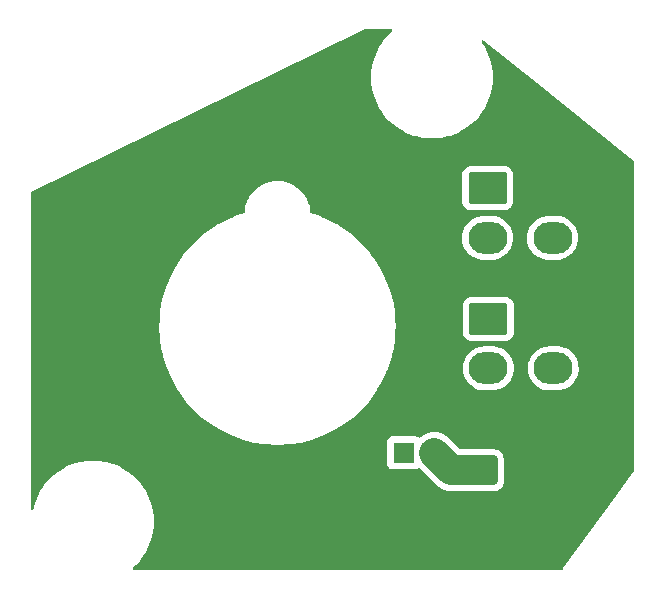
<source format=gbr>
%TF.GenerationSoftware,KiCad,Pcbnew,(6.0.9)*%
%TF.CreationDate,2022-12-26T17:43:00-09:00*%
%TF.ProjectId,PCB_ FIRE TEST PANEL,5043422c-2046-4495-9245-205445535420,rev?*%
%TF.SameCoordinates,Original*%
%TF.FileFunction,Copper,L2,Bot*%
%TF.FilePolarity,Positive*%
%FSLAX46Y46*%
G04 Gerber Fmt 4.6, Leading zero omitted, Abs format (unit mm)*
G04 Created by KiCad (PCBNEW (6.0.9)) date 2022-12-26 17:43:00*
%MOMM*%
%LPD*%
G01*
G04 APERTURE LIST*
G04 Aperture macros list*
%AMRoundRect*
0 Rectangle with rounded corners*
0 $1 Rounding radius*
0 $2 $3 $4 $5 $6 $7 $8 $9 X,Y pos of 4 corners*
0 Add a 4 corners polygon primitive as box body*
4,1,4,$2,$3,$4,$5,$6,$7,$8,$9,$2,$3,0*
0 Add four circle primitives for the rounded corners*
1,1,$1+$1,$2,$3*
1,1,$1+$1,$4,$5*
1,1,$1+$1,$6,$7*
1,1,$1+$1,$8,$9*
0 Add four rect primitives between the rounded corners*
20,1,$1+$1,$2,$3,$4,$5,0*
20,1,$1+$1,$4,$5,$6,$7,0*
20,1,$1+$1,$6,$7,$8,$9,0*
20,1,$1+$1,$8,$9,$2,$3,0*%
G04 Aperture macros list end*
%TA.AperFunction,SMDPad,CuDef*%
%ADD10RoundRect,0.250000X-1.500000X-1.000000X1.500000X-1.000000X1.500000X1.000000X-1.500000X1.000000X0*%
%TD*%
%TA.AperFunction,ComponentPad*%
%ADD11RoundRect,0.250001X-1.399999X1.099999X-1.399999X-1.099999X1.399999X-1.099999X1.399999X1.099999X0*%
%TD*%
%TA.AperFunction,ComponentPad*%
%ADD12O,3.300000X2.700000*%
%TD*%
%TA.AperFunction,ComponentPad*%
%ADD13R,1.800000X1.800000*%
%TD*%
%TA.AperFunction,ComponentPad*%
%ADD14C,1.800000*%
%TD*%
%TA.AperFunction,ViaPad*%
%ADD15C,0.800000*%
%TD*%
%TA.AperFunction,Conductor*%
%ADD16C,2.500000*%
%TD*%
G04 APERTURE END LIST*
D10*
%TO.P,C1,1*%
%TO.N,/LED+5V*%
X151427000Y-113322000D03*
%TO.P,C1,2*%
%TO.N,/LEDGND*%
X157927000Y-113322000D03*
%TD*%
D11*
%TO.P,J1,1*%
%TO.N,/LED+5V*%
X152341000Y-89448600D03*
D12*
%TO.P,J1,2*%
X152341000Y-93648600D03*
%TO.P,J1,3*%
%TO.N,/LEDGND*%
X157841000Y-89448600D03*
%TO.P,J1,4*%
%TO.N,/DATAIN*%
X157841000Y-93648600D03*
%TD*%
D11*
%TO.P,J2,1*%
%TO.N,/LED+5V*%
X152391000Y-100498000D03*
D12*
%TO.P,J2,2*%
X152391000Y-104698000D03*
%TO.P,J2,3*%
%TO.N,/LEDGND*%
X157891000Y-100498000D03*
%TO.P,J2,4*%
%TO.N,/DATAOUT*%
X157891000Y-104698000D03*
%TD*%
D13*
%TO.P,D11,1*%
%TO.N,Net-(D11-Pad1)*%
X145250000Y-111839000D03*
D14*
%TO.P,D11,2*%
%TO.N,/LED+5V*%
X147790000Y-111839000D03*
%TD*%
D15*
%TO.N,/LEDGND*%
X132507000Y-116378000D03*
X123937000Y-101026000D03*
X144709000Y-88983800D03*
X149126000Y-108514000D03*
X148077000Y-94919600D03*
X148943060Y-102826820D03*
X140919000Y-117381000D03*
X125573000Y-109771000D03*
X124676000Y-93530400D03*
%TD*%
D16*
%TO.N,/LED+5V*%
X149273000Y-113322000D02*
X147790000Y-111839000D01*
X151427000Y-113322000D02*
X149273000Y-113322000D01*
%TD*%
%TA.AperFunction,Conductor*%
%TO.N,/LEDGND*%
G36*
X144167326Y-75959401D02*
G01*
X144235335Y-75979779D01*
X144281531Y-76033691D01*
X144291247Y-76104019D01*
X144261397Y-76168436D01*
X144251754Y-76178296D01*
X143978189Y-76428971D01*
X143976338Y-76430991D01*
X143676199Y-76758536D01*
X143676192Y-76758544D01*
X143674334Y-76760572D01*
X143672652Y-76762764D01*
X143402207Y-77115213D01*
X143402199Y-77115225D01*
X143400535Y-77117393D01*
X143158877Y-77496720D01*
X142951200Y-77895665D01*
X142779082Y-78311192D01*
X142643836Y-78740140D01*
X142546489Y-79179242D01*
X142487783Y-79625158D01*
X142468165Y-80074493D01*
X142487783Y-80523828D01*
X142546489Y-80969744D01*
X142643836Y-81408846D01*
X142779082Y-81837794D01*
X142951200Y-82253321D01*
X143158877Y-82652266D01*
X143400535Y-83031593D01*
X143402199Y-83033761D01*
X143402207Y-83033773D01*
X143672652Y-83386222D01*
X143674334Y-83388414D01*
X143676192Y-83390442D01*
X143676199Y-83390450D01*
X143976338Y-83717995D01*
X143978189Y-83720015D01*
X143980209Y-83721866D01*
X144307754Y-84022005D01*
X144307762Y-84022012D01*
X144309790Y-84023870D01*
X144311982Y-84025552D01*
X144664431Y-84295997D01*
X144664443Y-84296005D01*
X144666611Y-84297669D01*
X145045938Y-84539327D01*
X145444883Y-84747004D01*
X145860410Y-84919122D01*
X146133773Y-85005313D01*
X146286734Y-85053541D01*
X146286741Y-85053543D01*
X146289358Y-85054368D01*
X146292043Y-85054963D01*
X146292042Y-85054963D01*
X146725762Y-85151117D01*
X146725765Y-85151118D01*
X146728460Y-85151715D01*
X146731190Y-85152074D01*
X146731199Y-85152076D01*
X146951418Y-85181068D01*
X147174376Y-85210421D01*
X147443167Y-85222156D01*
X147506759Y-85224933D01*
X147506764Y-85224933D01*
X147508136Y-85224993D01*
X147739286Y-85224993D01*
X147740658Y-85224933D01*
X147740663Y-85224933D01*
X147804255Y-85222156D01*
X148073046Y-85210421D01*
X148296004Y-85181068D01*
X148516223Y-85152076D01*
X148516232Y-85152074D01*
X148518962Y-85151715D01*
X148521657Y-85151118D01*
X148521660Y-85151117D01*
X148955380Y-85054963D01*
X148955379Y-85054963D01*
X148958064Y-85054368D01*
X148960681Y-85053543D01*
X148960688Y-85053541D01*
X149113649Y-85005313D01*
X149387012Y-84919122D01*
X149802539Y-84747004D01*
X150201484Y-84539327D01*
X150580811Y-84297669D01*
X150582979Y-84296005D01*
X150582991Y-84295997D01*
X150935440Y-84025552D01*
X150937632Y-84023870D01*
X150939660Y-84022012D01*
X150939668Y-84022005D01*
X151267213Y-83721866D01*
X151269233Y-83720015D01*
X151271084Y-83717995D01*
X151571223Y-83390450D01*
X151571230Y-83390442D01*
X151573088Y-83388414D01*
X151574770Y-83386222D01*
X151845215Y-83033773D01*
X151845223Y-83033761D01*
X151846887Y-83031593D01*
X152088545Y-82652266D01*
X152296222Y-82253321D01*
X152468340Y-81837794D01*
X152603586Y-81408846D01*
X152700933Y-80969744D01*
X152759639Y-80523828D01*
X152779257Y-80074493D01*
X152759639Y-79625158D01*
X152700933Y-79179242D01*
X152603586Y-78740140D01*
X152468340Y-78311192D01*
X152296222Y-77895665D01*
X152088545Y-77496720D01*
X151846887Y-77117393D01*
X151845214Y-77115213D01*
X151843638Y-77112962D01*
X151844221Y-77112554D01*
X151819683Y-77049086D01*
X151833947Y-76979537D01*
X151883547Y-76928740D01*
X151952737Y-76912823D01*
X152024129Y-76940348D01*
X156484044Y-80521068D01*
X164425831Y-86897270D01*
X164645983Y-87074023D01*
X164686580Y-87132268D01*
X164693100Y-87172275D01*
X164693100Y-113382959D01*
X164669104Y-113456927D01*
X163198296Y-115485219D01*
X158734383Y-121641100D01*
X158680745Y-121715068D01*
X158624562Y-121758473D01*
X158578741Y-121767100D01*
X122394602Y-121767100D01*
X122326481Y-121747098D01*
X122279988Y-121693442D01*
X122269884Y-121623168D01*
X122299378Y-121558588D01*
X122309478Y-121548203D01*
X122565213Y-121313866D01*
X122567233Y-121312015D01*
X122569084Y-121309995D01*
X122869223Y-120982450D01*
X122869230Y-120982442D01*
X122871088Y-120980414D01*
X122872770Y-120978222D01*
X123143215Y-120625773D01*
X123143223Y-120625761D01*
X123144887Y-120623593D01*
X123386545Y-120244266D01*
X123594222Y-119845321D01*
X123766340Y-119429794D01*
X123901586Y-119000846D01*
X123998933Y-118561744D01*
X124057639Y-118115828D01*
X124077257Y-117666493D01*
X124057639Y-117217158D01*
X123998933Y-116771242D01*
X123901586Y-116332140D01*
X123766340Y-115903192D01*
X123594222Y-115487665D01*
X123386545Y-115088720D01*
X123166530Y-114743365D01*
X123146362Y-114711708D01*
X123146360Y-114711705D01*
X123144887Y-114709393D01*
X123143223Y-114707225D01*
X123143215Y-114707213D01*
X122872770Y-114354764D01*
X122871088Y-114352572D01*
X122869230Y-114350544D01*
X122869223Y-114350536D01*
X122569084Y-114022991D01*
X122567233Y-114020971D01*
X122284105Y-113761533D01*
X122237668Y-113718981D01*
X122237660Y-113718974D01*
X122235632Y-113717116D01*
X122039994Y-113566997D01*
X121880991Y-113444989D01*
X121880979Y-113444981D01*
X121878811Y-113443317D01*
X121499484Y-113201659D01*
X121100539Y-112993982D01*
X120685012Y-112821864D01*
X120574862Y-112787134D01*
X143841500Y-112787134D01*
X143848255Y-112849316D01*
X143899385Y-112985705D01*
X143986739Y-113102261D01*
X144103295Y-113189615D01*
X144239684Y-113240745D01*
X144301866Y-113247500D01*
X146198134Y-113247500D01*
X146260316Y-113240745D01*
X146396705Y-113189615D01*
X146456201Y-113145025D01*
X146522707Y-113120177D01*
X146592090Y-113135230D01*
X146620861Y-113156756D01*
X147990727Y-114526622D01*
X147995635Y-114531816D01*
X148048018Y-114590506D01*
X148051612Y-114593495D01*
X148051617Y-114593500D01*
X148135873Y-114663575D01*
X148137537Y-114664983D01*
X148224072Y-114739546D01*
X148228025Y-114742040D01*
X148230125Y-114743365D01*
X148243449Y-114753045D01*
X148248970Y-114757637D01*
X148252969Y-114760063D01*
X148252975Y-114760068D01*
X148346705Y-114816946D01*
X148348574Y-114818102D01*
X148441167Y-114876523D01*
X148445120Y-114879017D01*
X148449397Y-114880899D01*
X148449401Y-114880901D01*
X148451678Y-114881903D01*
X148466286Y-114889507D01*
X148472419Y-114893229D01*
X148476721Y-114895033D01*
X148476725Y-114895035D01*
X148577778Y-114937410D01*
X148579798Y-114938278D01*
X148626230Y-114958709D01*
X148684355Y-114984284D01*
X148688862Y-114985513D01*
X148688871Y-114985516D01*
X148691271Y-114986170D01*
X148706848Y-114991533D01*
X148713455Y-114994303D01*
X148717983Y-114995453D01*
X148717986Y-114995454D01*
X148824173Y-115022422D01*
X148826291Y-115022980D01*
X148936521Y-115053032D01*
X148941161Y-115053581D01*
X148941166Y-115053582D01*
X148943627Y-115053873D01*
X148959843Y-115056878D01*
X148966783Y-115058641D01*
X149016344Y-115063632D01*
X149080428Y-115070085D01*
X149082613Y-115070324D01*
X149181320Y-115082006D01*
X149196080Y-115083753D01*
X149300619Y-115080559D01*
X149304467Y-115080500D01*
X152977400Y-115080500D01*
X152980646Y-115080163D01*
X152980650Y-115080163D01*
X153076308Y-115070238D01*
X153076312Y-115070237D01*
X153083166Y-115069526D01*
X153089702Y-115067345D01*
X153089704Y-115067345D01*
X153243998Y-115015868D01*
X153250946Y-115013550D01*
X153401348Y-114920478D01*
X153526305Y-114795303D01*
X153619115Y-114644738D01*
X153674797Y-114476861D01*
X153685500Y-114372400D01*
X153685500Y-112271600D01*
X153674526Y-112165834D01*
X153618550Y-111998054D01*
X153525478Y-111847652D01*
X153400303Y-111722695D01*
X153249738Y-111629885D01*
X153169995Y-111603436D01*
X153088389Y-111576368D01*
X153088387Y-111576368D01*
X153081861Y-111574203D01*
X153075025Y-111573503D01*
X153075022Y-111573502D01*
X153031969Y-111569091D01*
X152977400Y-111563500D01*
X150053585Y-111563500D01*
X149985464Y-111543498D01*
X149964490Y-111526595D01*
X148986528Y-110548633D01*
X148984775Y-110547123D01*
X148984768Y-110547116D01*
X148856277Y-110436402D01*
X148838929Y-110421454D01*
X148617881Y-110281983D01*
X148378645Y-110176716D01*
X148126479Y-110107968D01*
X148121847Y-110107420D01*
X148121843Y-110107419D01*
X147996700Y-110092608D01*
X147866920Y-110077247D01*
X147605671Y-110085230D01*
X147601066Y-110086063D01*
X147601063Y-110086063D01*
X147497610Y-110104770D01*
X147348472Y-110131738D01*
X147273943Y-110157037D01*
X147105402Y-110214249D01*
X147105396Y-110214252D01*
X147100973Y-110215753D01*
X146868610Y-110335428D01*
X146864813Y-110338161D01*
X146864812Y-110338162D01*
X146660281Y-110485402D01*
X146660277Y-110485405D01*
X146656488Y-110488133D01*
X146653144Y-110491391D01*
X146653140Y-110491394D01*
X146620604Y-110523090D01*
X146557852Y-110556296D01*
X146487109Y-110550305D01*
X146457123Y-110533666D01*
X146396705Y-110488385D01*
X146260316Y-110437255D01*
X146198134Y-110430500D01*
X144301866Y-110430500D01*
X144239684Y-110437255D01*
X144103295Y-110488385D01*
X143986739Y-110575739D01*
X143899385Y-110692295D01*
X143848255Y-110828684D01*
X143841500Y-110890866D01*
X143841500Y-112787134D01*
X120574862Y-112787134D01*
X120411649Y-112735673D01*
X120258688Y-112687445D01*
X120258681Y-112687443D01*
X120256064Y-112686618D01*
X120172086Y-112668000D01*
X119819660Y-112589869D01*
X119819657Y-112589868D01*
X119816962Y-112589271D01*
X119814232Y-112588912D01*
X119814223Y-112588910D01*
X119594004Y-112559918D01*
X119371046Y-112530565D01*
X119102255Y-112518830D01*
X119038663Y-112516053D01*
X119038658Y-112516053D01*
X119037286Y-112515993D01*
X118806136Y-112515993D01*
X118804764Y-112516053D01*
X118804759Y-112516053D01*
X118741167Y-112518830D01*
X118472376Y-112530565D01*
X118249418Y-112559918D01*
X118029199Y-112588910D01*
X118029190Y-112588912D01*
X118026460Y-112589271D01*
X118023765Y-112589868D01*
X118023762Y-112589869D01*
X117671336Y-112668000D01*
X117587358Y-112686618D01*
X117584741Y-112687443D01*
X117584734Y-112687445D01*
X117431773Y-112735673D01*
X117158410Y-112821864D01*
X116742883Y-112993982D01*
X116343938Y-113201659D01*
X115964611Y-113443317D01*
X115962443Y-113444981D01*
X115962431Y-113444989D01*
X115803428Y-113566997D01*
X115607790Y-113717116D01*
X115605762Y-113718974D01*
X115605754Y-113718981D01*
X115559317Y-113761533D01*
X115276189Y-114020971D01*
X115274338Y-114022991D01*
X114974199Y-114350536D01*
X114974192Y-114350544D01*
X114972334Y-114352572D01*
X114970652Y-114354764D01*
X114700207Y-114707213D01*
X114700199Y-114707225D01*
X114698535Y-114709393D01*
X114697062Y-114711705D01*
X114697060Y-114711708D01*
X114676892Y-114743365D01*
X114456877Y-115088720D01*
X114249200Y-115487665D01*
X114077082Y-115903192D01*
X113941836Y-116332140D01*
X113941241Y-116334824D01*
X113889113Y-116569957D01*
X113854841Y-116632133D01*
X113792395Y-116665911D01*
X113721599Y-116660565D01*
X113664933Y-116617793D01*
X113640386Y-116551175D01*
X113640100Y-116542685D01*
X113640100Y-101156493D01*
X124537174Y-101156493D01*
X124537236Y-101158466D01*
X124552734Y-101651598D01*
X124556918Y-101784746D01*
X124557101Y-101786684D01*
X124557102Y-101786697D01*
X124615884Y-102408543D01*
X124616071Y-102410519D01*
X124616380Y-102412469D01*
X124616381Y-102412478D01*
X124695372Y-102911209D01*
X124714400Y-103031344D01*
X124737904Y-103136496D01*
X124851013Y-103642518D01*
X124851516Y-103644769D01*
X124852070Y-103646675D01*
X124852070Y-103646676D01*
X125015953Y-104210762D01*
X125026880Y-104248374D01*
X125027543Y-104250215D01*
X125027548Y-104250231D01*
X125175179Y-104660292D01*
X125239798Y-104839777D01*
X125240581Y-104841586D01*
X125240582Y-104841589D01*
X125428127Y-105274981D01*
X125489430Y-105416643D01*
X125774792Y-105976697D01*
X125775811Y-105978420D01*
X126074696Y-106483806D01*
X126094757Y-106517728D01*
X126095866Y-106519360D01*
X126095868Y-106519363D01*
X126111445Y-106542283D01*
X126448062Y-107037600D01*
X126833312Y-107534262D01*
X127248988Y-108005754D01*
X127693450Y-108450216D01*
X128164942Y-108865892D01*
X128661604Y-109251142D01*
X129181476Y-109604447D01*
X129722507Y-109924412D01*
X130282561Y-110209774D01*
X130284367Y-110210555D01*
X130284368Y-110210556D01*
X130572931Y-110335428D01*
X130859427Y-110459406D01*
X130861283Y-110460074D01*
X130861285Y-110460075D01*
X131448973Y-110671656D01*
X131448989Y-110671661D01*
X131450830Y-110672324D01*
X131452712Y-110672871D01*
X131452725Y-110672875D01*
X131989023Y-110828684D01*
X132054435Y-110847688D01*
X132056355Y-110848117D01*
X132056366Y-110848120D01*
X132247603Y-110890866D01*
X132667860Y-110984804D01*
X132669816Y-110985114D01*
X132669817Y-110985114D01*
X133286726Y-111082823D01*
X133286735Y-111082824D01*
X133288685Y-111083133D01*
X133290654Y-111083319D01*
X133290661Y-111083320D01*
X133912507Y-111142102D01*
X133912520Y-111142103D01*
X133914458Y-111142286D01*
X133916403Y-111142347D01*
X133916417Y-111142348D01*
X134195255Y-111151111D01*
X134382434Y-111156993D01*
X134702988Y-111156993D01*
X134890167Y-111151111D01*
X135169005Y-111142348D01*
X135169019Y-111142347D01*
X135170964Y-111142286D01*
X135172902Y-111142103D01*
X135172915Y-111142102D01*
X135794761Y-111083320D01*
X135794768Y-111083319D01*
X135796737Y-111083133D01*
X135798687Y-111082824D01*
X135798696Y-111082823D01*
X136415605Y-110985114D01*
X136415606Y-110985114D01*
X136417562Y-110984804D01*
X136837819Y-110890866D01*
X137029056Y-110848120D01*
X137029067Y-110848117D01*
X137030987Y-110847688D01*
X137096399Y-110828684D01*
X137632697Y-110672875D01*
X137632710Y-110672871D01*
X137634592Y-110672324D01*
X137636433Y-110671661D01*
X137636449Y-110671656D01*
X138224137Y-110460075D01*
X138224139Y-110460074D01*
X138225995Y-110459406D01*
X138512492Y-110335428D01*
X138801054Y-110210556D01*
X138801055Y-110210555D01*
X138802861Y-110209774D01*
X139362915Y-109924412D01*
X139903946Y-109604447D01*
X140423818Y-109251142D01*
X140920480Y-108865892D01*
X141391972Y-108450216D01*
X141836434Y-108005754D01*
X142252110Y-107534262D01*
X142637360Y-107037600D01*
X142973978Y-106542283D01*
X142989554Y-106519363D01*
X142989556Y-106519360D01*
X142990665Y-106517728D01*
X143010727Y-106483806D01*
X143309611Y-105978420D01*
X143310630Y-105976697D01*
X143595992Y-105416643D01*
X143657295Y-105274981D01*
X143844840Y-104841589D01*
X143844841Y-104841586D01*
X143845624Y-104839777D01*
X143881446Y-104740277D01*
X150228009Y-104740277D01*
X150253625Y-105008769D01*
X150254710Y-105013203D01*
X150254711Y-105013209D01*
X150316645Y-105266312D01*
X150317731Y-105270750D01*
X150418985Y-105520733D01*
X150555265Y-105753482D01*
X150558118Y-105757049D01*
X150675686Y-105904060D01*
X150723716Y-105964119D01*
X150920809Y-106148234D01*
X151142416Y-106301968D01*
X151146499Y-106303999D01*
X151146502Y-106304001D01*
X151262013Y-106361466D01*
X151383894Y-106422101D01*
X151388228Y-106423522D01*
X151388231Y-106423523D01*
X151635853Y-106504698D01*
X151635859Y-106504699D01*
X151640186Y-106506118D01*
X151644677Y-106506898D01*
X151644678Y-106506898D01*
X151902140Y-106551601D01*
X151902148Y-106551602D01*
X151905921Y-106552257D01*
X151909758Y-106552448D01*
X151989578Y-106556422D01*
X151989586Y-106556422D01*
X151991149Y-106556500D01*
X152759512Y-106556500D01*
X152761780Y-106556335D01*
X152761792Y-106556335D01*
X152892884Y-106546823D01*
X152960004Y-106541953D01*
X152964459Y-106540969D01*
X152964462Y-106540969D01*
X153218912Y-106484791D01*
X153218916Y-106484790D01*
X153223372Y-106483806D01*
X153349480Y-106436028D01*
X153471318Y-106389868D01*
X153471321Y-106389867D01*
X153475588Y-106388250D01*
X153711368Y-106257286D01*
X153925773Y-106093657D01*
X154114312Y-105900792D01*
X154273034Y-105682730D01*
X154356190Y-105524676D01*
X154396490Y-105448079D01*
X154396493Y-105448073D01*
X154398615Y-105444039D01*
X154461378Y-105266312D01*
X154486902Y-105194033D01*
X154486902Y-105194032D01*
X154488425Y-105189720D01*
X154540581Y-104925100D01*
X154540808Y-104920544D01*
X154549782Y-104740277D01*
X155728009Y-104740277D01*
X155753625Y-105008769D01*
X155754710Y-105013203D01*
X155754711Y-105013209D01*
X155816645Y-105266312D01*
X155817731Y-105270750D01*
X155918985Y-105520733D01*
X156055265Y-105753482D01*
X156058118Y-105757049D01*
X156175686Y-105904060D01*
X156223716Y-105964119D01*
X156420809Y-106148234D01*
X156642416Y-106301968D01*
X156646499Y-106303999D01*
X156646502Y-106304001D01*
X156762013Y-106361466D01*
X156883894Y-106422101D01*
X156888228Y-106423522D01*
X156888231Y-106423523D01*
X157135853Y-106504698D01*
X157135859Y-106504699D01*
X157140186Y-106506118D01*
X157144677Y-106506898D01*
X157144678Y-106506898D01*
X157402140Y-106551601D01*
X157402148Y-106551602D01*
X157405921Y-106552257D01*
X157409758Y-106552448D01*
X157489578Y-106556422D01*
X157489586Y-106556422D01*
X157491149Y-106556500D01*
X158259512Y-106556500D01*
X158261780Y-106556335D01*
X158261792Y-106556335D01*
X158392884Y-106546823D01*
X158460004Y-106541953D01*
X158464459Y-106540969D01*
X158464462Y-106540969D01*
X158718912Y-106484791D01*
X158718916Y-106484790D01*
X158723372Y-106483806D01*
X158849480Y-106436028D01*
X158971318Y-106389868D01*
X158971321Y-106389867D01*
X158975588Y-106388250D01*
X159211368Y-106257286D01*
X159425773Y-106093657D01*
X159614312Y-105900792D01*
X159773034Y-105682730D01*
X159856190Y-105524676D01*
X159896490Y-105448079D01*
X159896493Y-105448073D01*
X159898615Y-105444039D01*
X159961378Y-105266312D01*
X159986902Y-105194033D01*
X159986902Y-105194032D01*
X159988425Y-105189720D01*
X160040581Y-104925100D01*
X160040808Y-104920544D01*
X160053764Y-104660292D01*
X160053764Y-104660286D01*
X160053991Y-104655723D01*
X160028375Y-104387231D01*
X159994852Y-104250231D01*
X159965355Y-104129688D01*
X159964269Y-104125250D01*
X159863015Y-103875267D01*
X159726735Y-103642518D01*
X159608928Y-103495208D01*
X159561136Y-103435447D01*
X159561135Y-103435445D01*
X159558284Y-103431881D01*
X159361191Y-103247766D01*
X159139584Y-103094032D01*
X159135501Y-103092001D01*
X159135498Y-103091999D01*
X158970606Y-103009967D01*
X158898106Y-102973899D01*
X158893772Y-102972478D01*
X158893769Y-102972477D01*
X158646147Y-102891302D01*
X158646141Y-102891301D01*
X158641814Y-102889882D01*
X158637322Y-102889102D01*
X158379860Y-102844399D01*
X158379852Y-102844398D01*
X158376079Y-102843743D01*
X158364817Y-102843182D01*
X158292422Y-102839578D01*
X158292414Y-102839578D01*
X158290851Y-102839500D01*
X157522488Y-102839500D01*
X157520220Y-102839665D01*
X157520208Y-102839665D01*
X157389116Y-102849177D01*
X157321996Y-102854047D01*
X157317541Y-102855031D01*
X157317538Y-102855031D01*
X157063088Y-102911209D01*
X157063084Y-102911210D01*
X157058628Y-102912194D01*
X156932520Y-102959972D01*
X156810682Y-103006132D01*
X156810679Y-103006133D01*
X156806412Y-103007750D01*
X156570632Y-103138714D01*
X156356227Y-103302343D01*
X156167688Y-103495208D01*
X156008966Y-103713270D01*
X156006844Y-103717304D01*
X155885510Y-103947921D01*
X155885507Y-103947927D01*
X155883385Y-103951961D01*
X155881865Y-103956266D01*
X155881863Y-103956270D01*
X155795098Y-104201967D01*
X155793575Y-104206280D01*
X155741419Y-104470900D01*
X155741192Y-104475453D01*
X155741192Y-104475456D01*
X155731991Y-104660292D01*
X155728009Y-104740277D01*
X154549782Y-104740277D01*
X154553764Y-104660292D01*
X154553764Y-104660286D01*
X154553991Y-104655723D01*
X154528375Y-104387231D01*
X154494852Y-104250231D01*
X154465355Y-104129688D01*
X154464269Y-104125250D01*
X154363015Y-103875267D01*
X154226735Y-103642518D01*
X154108928Y-103495208D01*
X154061136Y-103435447D01*
X154061135Y-103435445D01*
X154058284Y-103431881D01*
X153861191Y-103247766D01*
X153639584Y-103094032D01*
X153635501Y-103092001D01*
X153635498Y-103091999D01*
X153470606Y-103009967D01*
X153398106Y-102973899D01*
X153393772Y-102972478D01*
X153393769Y-102972477D01*
X153146147Y-102891302D01*
X153146141Y-102891301D01*
X153141814Y-102889882D01*
X153137322Y-102889102D01*
X152879860Y-102844399D01*
X152879852Y-102844398D01*
X152876079Y-102843743D01*
X152864817Y-102843182D01*
X152792422Y-102839578D01*
X152792414Y-102839578D01*
X152790851Y-102839500D01*
X152022488Y-102839500D01*
X152020220Y-102839665D01*
X152020208Y-102839665D01*
X151889116Y-102849177D01*
X151821996Y-102854047D01*
X151817541Y-102855031D01*
X151817538Y-102855031D01*
X151563088Y-102911209D01*
X151563084Y-102911210D01*
X151558628Y-102912194D01*
X151432520Y-102959972D01*
X151310682Y-103006132D01*
X151310679Y-103006133D01*
X151306412Y-103007750D01*
X151070632Y-103138714D01*
X150856227Y-103302343D01*
X150667688Y-103495208D01*
X150508966Y-103713270D01*
X150506844Y-103717304D01*
X150385510Y-103947921D01*
X150385507Y-103947927D01*
X150383385Y-103951961D01*
X150381865Y-103956266D01*
X150381863Y-103956270D01*
X150295098Y-104201967D01*
X150293575Y-104206280D01*
X150241419Y-104470900D01*
X150241192Y-104475453D01*
X150241192Y-104475456D01*
X150231991Y-104660292D01*
X150228009Y-104740277D01*
X143881446Y-104740277D01*
X143910243Y-104660292D01*
X144057874Y-104250231D01*
X144057879Y-104250215D01*
X144058542Y-104248374D01*
X144069470Y-104210762D01*
X144233352Y-103646676D01*
X144233352Y-103646675D01*
X144233906Y-103644769D01*
X144234410Y-103642518D01*
X144347518Y-103136496D01*
X144371022Y-103031344D01*
X144390050Y-102911209D01*
X144469041Y-102412478D01*
X144469042Y-102412469D01*
X144469351Y-102410519D01*
X144469538Y-102408543D01*
X144528320Y-101786697D01*
X144528321Y-101786684D01*
X144528504Y-101784746D01*
X144532689Y-101651598D01*
X144532789Y-101648400D01*
X150232500Y-101648400D01*
X150243474Y-101754165D01*
X150245655Y-101760701D01*
X150245655Y-101760703D01*
X150289728Y-101892805D01*
X150299450Y-101921945D01*
X150392522Y-102072348D01*
X150517697Y-102197305D01*
X150523927Y-102201145D01*
X150523928Y-102201146D01*
X150661090Y-102285694D01*
X150668262Y-102290115D01*
X150748005Y-102316564D01*
X150829611Y-102343632D01*
X150829613Y-102343632D01*
X150836139Y-102345797D01*
X150842975Y-102346497D01*
X150842978Y-102346498D01*
X150886031Y-102350909D01*
X150940600Y-102356500D01*
X153841400Y-102356500D01*
X153844646Y-102356163D01*
X153844650Y-102356163D01*
X153940307Y-102346238D01*
X153940311Y-102346237D01*
X153947165Y-102345526D01*
X153953701Y-102343345D01*
X153953703Y-102343345D01*
X154085805Y-102299272D01*
X154114945Y-102289550D01*
X154265348Y-102196478D01*
X154390305Y-102071303D01*
X154483115Y-101920738D01*
X154538797Y-101752861D01*
X154549500Y-101648400D01*
X154549500Y-99347600D01*
X154549163Y-99344350D01*
X154539238Y-99248693D01*
X154539237Y-99248689D01*
X154538526Y-99241835D01*
X154482550Y-99074055D01*
X154389478Y-98923652D01*
X154264303Y-98798695D01*
X154258072Y-98794854D01*
X154119968Y-98709725D01*
X154119966Y-98709724D01*
X154113738Y-98705885D01*
X154000172Y-98668217D01*
X153952389Y-98652368D01*
X153952387Y-98652368D01*
X153945861Y-98650203D01*
X153939025Y-98649503D01*
X153939022Y-98649502D01*
X153895969Y-98645091D01*
X153841400Y-98639500D01*
X150940600Y-98639500D01*
X150937354Y-98639837D01*
X150937350Y-98639837D01*
X150841693Y-98649762D01*
X150841689Y-98649763D01*
X150834835Y-98650474D01*
X150828299Y-98652655D01*
X150828297Y-98652655D01*
X150775865Y-98670148D01*
X150667055Y-98706450D01*
X150516652Y-98799522D01*
X150391695Y-98924697D01*
X150298885Y-99075262D01*
X150243203Y-99243139D01*
X150232500Y-99347600D01*
X150232500Y-101648400D01*
X144532789Y-101648400D01*
X144548186Y-101158466D01*
X144548248Y-101156493D01*
X144528504Y-100528240D01*
X144469351Y-99902467D01*
X144371022Y-99281642D01*
X144289846Y-98918479D01*
X144234338Y-98670148D01*
X144234335Y-98670137D01*
X144233906Y-98668217D01*
X144058542Y-98064612D01*
X144057879Y-98062771D01*
X144057874Y-98062755D01*
X143846293Y-97475067D01*
X143846292Y-97475065D01*
X143845624Y-97473209D01*
X143595992Y-96896343D01*
X143310630Y-96336289D01*
X142990665Y-95795258D01*
X142791949Y-95502857D01*
X142638472Y-95277022D01*
X142638469Y-95277018D01*
X142637360Y-95275386D01*
X142500413Y-95098834D01*
X142253323Y-94780288D01*
X142252110Y-94778724D01*
X141836434Y-94307232D01*
X141391972Y-93862770D01*
X141196998Y-93690877D01*
X150178009Y-93690877D01*
X150203625Y-93959369D01*
X150204710Y-93963803D01*
X150204711Y-93963809D01*
X150266645Y-94216912D01*
X150267731Y-94221350D01*
X150368985Y-94471333D01*
X150505265Y-94704082D01*
X150508118Y-94707649D01*
X150625686Y-94854660D01*
X150673716Y-94914719D01*
X150870809Y-95098834D01*
X151092416Y-95252568D01*
X151096499Y-95254599D01*
X151096502Y-95254601D01*
X151212013Y-95312066D01*
X151333894Y-95372701D01*
X151338228Y-95374122D01*
X151338231Y-95374123D01*
X151585853Y-95455298D01*
X151585859Y-95455299D01*
X151590186Y-95456718D01*
X151594677Y-95457498D01*
X151594678Y-95457498D01*
X151852140Y-95502201D01*
X151852148Y-95502202D01*
X151855921Y-95502857D01*
X151859758Y-95503048D01*
X151939578Y-95507022D01*
X151939586Y-95507022D01*
X151941149Y-95507100D01*
X152709512Y-95507100D01*
X152711780Y-95506935D01*
X152711792Y-95506935D01*
X152842884Y-95497423D01*
X152910004Y-95492553D01*
X152914459Y-95491569D01*
X152914462Y-95491569D01*
X153168912Y-95435391D01*
X153168916Y-95435390D01*
X153173372Y-95434406D01*
X153299480Y-95386628D01*
X153421318Y-95340468D01*
X153421321Y-95340467D01*
X153425588Y-95338850D01*
X153661368Y-95207886D01*
X153875773Y-95044257D01*
X154064312Y-94851392D01*
X154223034Y-94633330D01*
X154306190Y-94475276D01*
X154346490Y-94398679D01*
X154346493Y-94398673D01*
X154348615Y-94394639D01*
X154411378Y-94216912D01*
X154436902Y-94144633D01*
X154436902Y-94144632D01*
X154438425Y-94140320D01*
X154490581Y-93875700D01*
X154499782Y-93690877D01*
X155678009Y-93690877D01*
X155703625Y-93959369D01*
X155704710Y-93963803D01*
X155704711Y-93963809D01*
X155766645Y-94216912D01*
X155767731Y-94221350D01*
X155868985Y-94471333D01*
X156005265Y-94704082D01*
X156008118Y-94707649D01*
X156125686Y-94854660D01*
X156173716Y-94914719D01*
X156370809Y-95098834D01*
X156592416Y-95252568D01*
X156596499Y-95254599D01*
X156596502Y-95254601D01*
X156712013Y-95312066D01*
X156833894Y-95372701D01*
X156838228Y-95374122D01*
X156838231Y-95374123D01*
X157085853Y-95455298D01*
X157085859Y-95455299D01*
X157090186Y-95456718D01*
X157094677Y-95457498D01*
X157094678Y-95457498D01*
X157352140Y-95502201D01*
X157352148Y-95502202D01*
X157355921Y-95502857D01*
X157359758Y-95503048D01*
X157439578Y-95507022D01*
X157439586Y-95507022D01*
X157441149Y-95507100D01*
X158209512Y-95507100D01*
X158211780Y-95506935D01*
X158211792Y-95506935D01*
X158342884Y-95497423D01*
X158410004Y-95492553D01*
X158414459Y-95491569D01*
X158414462Y-95491569D01*
X158668912Y-95435391D01*
X158668916Y-95435390D01*
X158673372Y-95434406D01*
X158799480Y-95386628D01*
X158921318Y-95340468D01*
X158921321Y-95340467D01*
X158925588Y-95338850D01*
X159161368Y-95207886D01*
X159375773Y-95044257D01*
X159564312Y-94851392D01*
X159723034Y-94633330D01*
X159806190Y-94475276D01*
X159846490Y-94398679D01*
X159846493Y-94398673D01*
X159848615Y-94394639D01*
X159911378Y-94216912D01*
X159936902Y-94144633D01*
X159936902Y-94144632D01*
X159938425Y-94140320D01*
X159990581Y-93875700D01*
X159999782Y-93690877D01*
X160003764Y-93610892D01*
X160003764Y-93610886D01*
X160003991Y-93606323D01*
X159978375Y-93337831D01*
X159933042Y-93152567D01*
X159915355Y-93080288D01*
X159914269Y-93075850D01*
X159813015Y-92825867D01*
X159676735Y-92593118D01*
X159558928Y-92445808D01*
X159511136Y-92386047D01*
X159511135Y-92386045D01*
X159508284Y-92382481D01*
X159311191Y-92198366D01*
X159089584Y-92044632D01*
X159085501Y-92042601D01*
X159085498Y-92042599D01*
X158920606Y-91960567D01*
X158848106Y-91924499D01*
X158843772Y-91923078D01*
X158843769Y-91923077D01*
X158596147Y-91841902D01*
X158596141Y-91841901D01*
X158591814Y-91840482D01*
X158587322Y-91839702D01*
X158329860Y-91794999D01*
X158329852Y-91794998D01*
X158326079Y-91794343D01*
X158314817Y-91793782D01*
X158242422Y-91790178D01*
X158242414Y-91790178D01*
X158240851Y-91790100D01*
X157472488Y-91790100D01*
X157470220Y-91790265D01*
X157470208Y-91790265D01*
X157339116Y-91799777D01*
X157271996Y-91804647D01*
X157267541Y-91805631D01*
X157267538Y-91805631D01*
X157013088Y-91861809D01*
X157013084Y-91861810D01*
X157008628Y-91862794D01*
X156882520Y-91910572D01*
X156760682Y-91956732D01*
X156760679Y-91956733D01*
X156756412Y-91958350D01*
X156520632Y-92089314D01*
X156306227Y-92252943D01*
X156117688Y-92445808D01*
X155958966Y-92663870D01*
X155956844Y-92667904D01*
X155835510Y-92898521D01*
X155835507Y-92898527D01*
X155833385Y-92902561D01*
X155831865Y-92906866D01*
X155831863Y-92906870D01*
X155745098Y-93152567D01*
X155743575Y-93156880D01*
X155691419Y-93421500D01*
X155691192Y-93426053D01*
X155691192Y-93426056D01*
X155681991Y-93610892D01*
X155678009Y-93690877D01*
X154499782Y-93690877D01*
X154503764Y-93610892D01*
X154503764Y-93610886D01*
X154503991Y-93606323D01*
X154478375Y-93337831D01*
X154433042Y-93152567D01*
X154415355Y-93080288D01*
X154414269Y-93075850D01*
X154313015Y-92825867D01*
X154176735Y-92593118D01*
X154058928Y-92445808D01*
X154011136Y-92386047D01*
X154011135Y-92386045D01*
X154008284Y-92382481D01*
X153811191Y-92198366D01*
X153589584Y-92044632D01*
X153585501Y-92042601D01*
X153585498Y-92042599D01*
X153420606Y-91960567D01*
X153348106Y-91924499D01*
X153343772Y-91923078D01*
X153343769Y-91923077D01*
X153096147Y-91841902D01*
X153096141Y-91841901D01*
X153091814Y-91840482D01*
X153087322Y-91839702D01*
X152829860Y-91794999D01*
X152829852Y-91794998D01*
X152826079Y-91794343D01*
X152814817Y-91793782D01*
X152742422Y-91790178D01*
X152742414Y-91790178D01*
X152740851Y-91790100D01*
X151972488Y-91790100D01*
X151970220Y-91790265D01*
X151970208Y-91790265D01*
X151839116Y-91799777D01*
X151771996Y-91804647D01*
X151767541Y-91805631D01*
X151767538Y-91805631D01*
X151513088Y-91861809D01*
X151513084Y-91861810D01*
X151508628Y-91862794D01*
X151382520Y-91910572D01*
X151260682Y-91956732D01*
X151260679Y-91956733D01*
X151256412Y-91958350D01*
X151020632Y-92089314D01*
X150806227Y-92252943D01*
X150617688Y-92445808D01*
X150458966Y-92663870D01*
X150456844Y-92667904D01*
X150335510Y-92898521D01*
X150335507Y-92898527D01*
X150333385Y-92902561D01*
X150331865Y-92906866D01*
X150331863Y-92906870D01*
X150245098Y-93152567D01*
X150243575Y-93156880D01*
X150191419Y-93421500D01*
X150191192Y-93426053D01*
X150191192Y-93426056D01*
X150181991Y-93610892D01*
X150178009Y-93690877D01*
X141196998Y-93690877D01*
X140920480Y-93447094D01*
X140447596Y-93080288D01*
X140425381Y-93063056D01*
X140425373Y-93063050D01*
X140423818Y-93061844D01*
X140189441Y-92902561D01*
X139905581Y-92709650D01*
X139905578Y-92709648D01*
X139903946Y-92708539D01*
X139715451Y-92597063D01*
X139364638Y-92389593D01*
X139362915Y-92388574D01*
X138802861Y-92103212D01*
X138765619Y-92087096D01*
X138227807Y-91854364D01*
X138227804Y-91854363D01*
X138225995Y-91853580D01*
X138189614Y-91840482D01*
X137636449Y-91641330D01*
X137636433Y-91641325D01*
X137634592Y-91640662D01*
X137414830Y-91576815D01*
X137354996Y-91538603D01*
X137325318Y-91474107D01*
X137324174Y-91462743D01*
X137316011Y-91314418D01*
X137315803Y-91310635D01*
X137315119Y-91306772D01*
X137264632Y-91021903D01*
X137257172Y-90979809D01*
X137256070Y-90976193D01*
X137256068Y-90976185D01*
X137160326Y-90662046D01*
X137160323Y-90662039D01*
X137159221Y-90658422D01*
X137132951Y-90599000D01*
X150182500Y-90599000D01*
X150182837Y-90602246D01*
X150182837Y-90602250D01*
X150189042Y-90662046D01*
X150193474Y-90704765D01*
X150249450Y-90872545D01*
X150342522Y-91022948D01*
X150467697Y-91147905D01*
X150473927Y-91151745D01*
X150473928Y-91151746D01*
X150611090Y-91236294D01*
X150618262Y-91240715D01*
X150698005Y-91267164D01*
X150779611Y-91294232D01*
X150779613Y-91294232D01*
X150786139Y-91296397D01*
X150792975Y-91297097D01*
X150792978Y-91297098D01*
X150836031Y-91301509D01*
X150890600Y-91307100D01*
X153791400Y-91307100D01*
X153794646Y-91306763D01*
X153794650Y-91306763D01*
X153890307Y-91296838D01*
X153890311Y-91296837D01*
X153897165Y-91296126D01*
X153903701Y-91293945D01*
X153903703Y-91293945D01*
X154035805Y-91249872D01*
X154064945Y-91240150D01*
X154215348Y-91147078D01*
X154340305Y-91021903D01*
X154344146Y-91015672D01*
X154429275Y-90877568D01*
X154429276Y-90877566D01*
X154433115Y-90871338D01*
X154488797Y-90703461D01*
X154499500Y-90599000D01*
X154499500Y-88298200D01*
X154488526Y-88192435D01*
X154432550Y-88024655D01*
X154339478Y-87874252D01*
X154214303Y-87749295D01*
X154208072Y-87745454D01*
X154069968Y-87660325D01*
X154069966Y-87660324D01*
X154063738Y-87656485D01*
X153903254Y-87603255D01*
X153902389Y-87602968D01*
X153902387Y-87602968D01*
X153895861Y-87600803D01*
X153889025Y-87600103D01*
X153889022Y-87600102D01*
X153845969Y-87595691D01*
X153791400Y-87590100D01*
X150890600Y-87590100D01*
X150887354Y-87590437D01*
X150887350Y-87590437D01*
X150791693Y-87600362D01*
X150791689Y-87600363D01*
X150784835Y-87601074D01*
X150778299Y-87603255D01*
X150778297Y-87603255D01*
X150646195Y-87647328D01*
X150617055Y-87657050D01*
X150466652Y-87750122D01*
X150341695Y-87875297D01*
X150248885Y-88025862D01*
X150193203Y-88193739D01*
X150182500Y-88298200D01*
X150182500Y-90599000D01*
X137132951Y-90599000D01*
X137023369Y-90351130D01*
X137021433Y-90347876D01*
X137021430Y-90347870D01*
X136853522Y-90065644D01*
X136853521Y-90065643D01*
X136851583Y-90062385D01*
X136835485Y-90041518D01*
X136648675Y-89799379D01*
X136646353Y-89796369D01*
X136643694Y-89793668D01*
X136643688Y-89793661D01*
X136413317Y-89559643D01*
X136413315Y-89559641D01*
X136410651Y-89556935D01*
X136199963Y-89389045D01*
X136150860Y-89349917D01*
X136150859Y-89349916D01*
X136147892Y-89347552D01*
X135861880Y-89171252D01*
X135556761Y-89030590D01*
X135553161Y-89029431D01*
X135553154Y-89029428D01*
X135240561Y-88928765D01*
X135240558Y-88928764D01*
X135236952Y-88927603D01*
X135233236Y-88926884D01*
X135233228Y-88926882D01*
X134910805Y-88864501D01*
X134910799Y-88864500D01*
X134907087Y-88863782D01*
X134903311Y-88863515D01*
X134903306Y-88863514D01*
X134802399Y-88856370D01*
X134641715Y-88844993D01*
X134458233Y-88844993D01*
X134456366Y-88845106D01*
X134456351Y-88845106D01*
X134211116Y-88859891D01*
X134211112Y-88859891D01*
X134207338Y-88860119D01*
X134203620Y-88860798D01*
X134203612Y-88860799D01*
X133981902Y-88901290D01*
X133876823Y-88920481D01*
X133555953Y-89020114D01*
X133249377Y-89157573D01*
X132961535Y-89330868D01*
X132958551Y-89333195D01*
X132958544Y-89333200D01*
X132699592Y-89535152D01*
X132696597Y-89537488D01*
X132458401Y-89774441D01*
X132250397Y-90038293D01*
X132248434Y-90041514D01*
X132248432Y-90041518D01*
X132097531Y-90289219D01*
X132075597Y-90325223D01*
X132074031Y-90328667D01*
X132074029Y-90328671D01*
X131938103Y-90627624D01*
X131938100Y-90627631D01*
X131936534Y-90631076D01*
X131835223Y-90951419D01*
X131807731Y-91097617D01*
X131780389Y-91243019D01*
X131773131Y-91281614D01*
X131771474Y-91306904D01*
X131761173Y-91464058D01*
X131736759Y-91530724D01*
X131680177Y-91573609D01*
X131670596Y-91576814D01*
X131452725Y-91640111D01*
X131452712Y-91640115D01*
X131450830Y-91640662D01*
X131448989Y-91641325D01*
X131448973Y-91641330D01*
X130895808Y-91840482D01*
X130859427Y-91853580D01*
X130857618Y-91854363D01*
X130857615Y-91854364D01*
X130319803Y-92087096D01*
X130282561Y-92103212D01*
X129722507Y-92388574D01*
X129720784Y-92389593D01*
X129369972Y-92597063D01*
X129181476Y-92708539D01*
X129179844Y-92709648D01*
X129179841Y-92709650D01*
X128895982Y-92902561D01*
X128661604Y-93061844D01*
X128660049Y-93063050D01*
X128660041Y-93063056D01*
X128637826Y-93080288D01*
X128164942Y-93447094D01*
X127693450Y-93862770D01*
X127248988Y-94307232D01*
X126833312Y-94778724D01*
X126832099Y-94780288D01*
X126585010Y-95098834D01*
X126448062Y-95275386D01*
X126446953Y-95277018D01*
X126446950Y-95277022D01*
X126293473Y-95502857D01*
X126094757Y-95795258D01*
X125774792Y-96336289D01*
X125489430Y-96896343D01*
X125239798Y-97473209D01*
X125239130Y-97475065D01*
X125239129Y-97475067D01*
X125027548Y-98062755D01*
X125027543Y-98062771D01*
X125026880Y-98064612D01*
X124851516Y-98668217D01*
X124851087Y-98670137D01*
X124851084Y-98670148D01*
X124795576Y-98918479D01*
X124714400Y-99281642D01*
X124616071Y-99902467D01*
X124556918Y-100528240D01*
X124537174Y-101156493D01*
X113640100Y-101156493D01*
X113640100Y-89855008D01*
X113660102Y-89786887D01*
X113710795Y-89741794D01*
X137966031Y-77893219D01*
X141923328Y-75960097D01*
X141979329Y-75947313D01*
X144167326Y-75959401D01*
G37*
%TD.AperFunction*%
%TD*%
M02*

</source>
